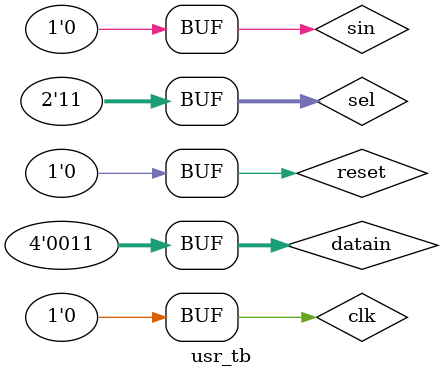
<source format=v>
module usr #(parameter data_bitsize=4)(
    input [1:0]sel,
    input [data_bitsize-1:0]datain,
    input clk,reset,sin,
    output reg [data_bitsize-1:0]out
);
    always @(posedge clk ) begin
        if (reset) begin
            out<=0;
        end
        case (sel)
            2'b00:begin out<=0; end
            2'b01:begin out<={sin,out[data_bitsize-2:0]};  end //rightshift
            2'b10:begin out<={out[data_bitsize-1:1],sin};end //leftshift
            2'b11:begin out<=datain; end
        endcase
    end
endmodule //usr

module usr_tb (
    
);
    parameter data_bitsize=4;
    reg [1:0]sel;
    reg [data_bitsize-1:0]datain;
    reg clk,reset,sin;
    wire [data_bitsize-1:0]out;

    // initial begin
    //     reset=1;
    //     {sel,clk,sin}<=0;
    //     repeat(25)
    //         datain=$random;
    //     forever begin
    //         #5 sel=sel+1;clk=~clk;sin=~sin;
    //     end
    // end
    // initial #10 reset =0;
    initial begin
        clk=0;
        repeat(50)
            #5 clk=~clk; //25 full clk cycles
    end

   initial begin
    {datain}=1011;{sel,reset,sin} =0001; #10;
    {datain}=1011;{sel,reset,sin} =0101; #10;
    {datain}=0011;{sel,reset,sin} =1000; #10;
    {datain}=1011;{sel,reset,sin} =1100;
   end 

    usr  tb(sel,datain,clk,reset,sin,out);
endmodule //usr

</source>
